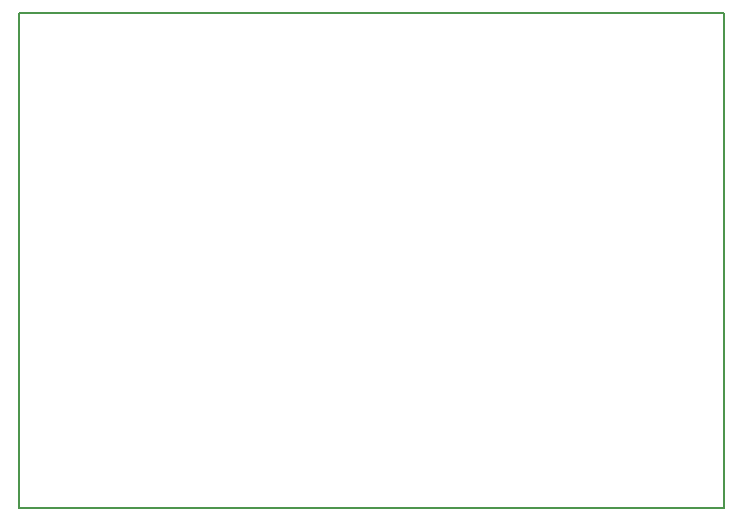
<source format=gbr>
G04 #@! TF.FileFunction,Profile,NP*
%FSLAX46Y46*%
G04 Gerber Fmt 4.6, Leading zero omitted, Abs format (unit mm)*
G04 Created by KiCad (PCBNEW 4.0.7) date Sunday, September 23, 2018 'PMt' 01:21:38 PM*
%MOMM*%
%LPD*%
G01*
G04 APERTURE LIST*
%ADD10C,0.100000*%
%ADD11C,0.150000*%
G04 APERTURE END LIST*
D10*
D11*
X91440000Y-111760000D02*
X151130000Y-111760000D01*
X91440000Y-69850000D02*
X151130000Y-69850000D01*
X151130000Y-69850000D02*
X151130000Y-111760000D01*
X91440000Y-111760000D02*
X91440000Y-69850000D01*
M02*

</source>
